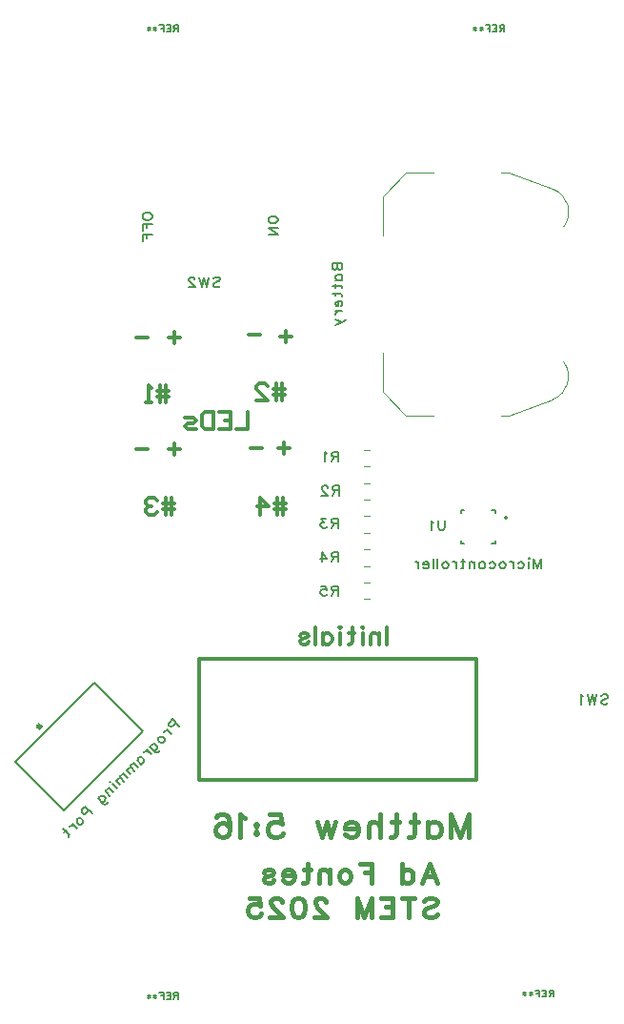
<source format=gbo>
G04 Layer: BottomSilkscreenLayer*
G04 EasyEDA Pro v2.2.43.4, 2025-11-10 11:02:42*
G04 Gerber Generator version 0.3*
G04 Scale: 100 percent, Rotated: No, Reflected: No*
G04 Dimensions in millimeters*
G04 Leading zeros omitted, absolute positions, 4 integers and 5 decimals*
G04 Generated by one-click*
%FSLAX45Y45*%
%MOMM*%
%ADD10C,0.4064*%
%ADD11C,0.2032*%
%ADD12C,0.3048*%
%ADD13C,0.15*%
%ADD14C,0.12*%
%ADD15C,0.127*%
%ADD16C,0.2057*%
%ADD17C,0.2*%
%ADD18C,0.3*%
G75*


G04 Text Start*
G54D10*
G01X15321280Y-12226290D02*
G01X15321280Y-12433046D01*
G01X15321280Y-12226290D02*
G01X15242540Y-12433046D01*
G01X15163800Y-12226290D02*
G01X15242540Y-12433046D01*
G01X15163800Y-12226290D02*
G01X15163800Y-12433046D01*
G01X14957806Y-12295124D02*
G01X14957806Y-12433046D01*
G01X14957806Y-12324842D02*
G01X14977364Y-12305030D01*
G01X14997176Y-12295124D01*
G01X15026640Y-12295124D01*
G01X15046452Y-12305030D01*
G01X15066010Y-12324842D01*
G01X15075916Y-12354306D01*
G01X15075916Y-12373864D01*
G01X15066010Y-12403582D01*
G01X15046452Y-12423140D01*
G01X15026640Y-12433046D01*
G01X14997176Y-12433046D01*
G01X14977364Y-12423140D01*
G01X14957806Y-12403582D01*
G01X14840458Y-12226290D02*
G01X14840458Y-12393676D01*
G01X14830552Y-12423140D01*
G01X14810740Y-12433046D01*
G01X14791182Y-12433046D01*
G01X14869922Y-12295124D02*
G01X14801088Y-12295124D01*
G01X14673834Y-12226290D02*
G01X14673834Y-12393676D01*
G01X14663928Y-12423140D01*
G01X14644116Y-12433046D01*
G01X14624558Y-12433046D01*
G01X14703298Y-12295124D02*
G01X14634464Y-12295124D01*
G01X14536674Y-12226290D02*
G01X14536674Y-12433046D01*
G01X14536674Y-12334494D02*
G01X14507210Y-12305030D01*
G01X14487398Y-12295124D01*
G01X14457934Y-12295124D01*
G01X14438122Y-12305030D01*
G01X14428470Y-12334494D01*
G01X14428470Y-12433046D01*
G01X14340586Y-12354306D02*
G01X14222476Y-12354306D01*
G01X14222476Y-12334494D01*
G01X14232382Y-12314936D01*
G01X14242034Y-12305030D01*
G01X14261846Y-12295124D01*
G01X14291310Y-12295124D01*
G01X14311122Y-12305030D01*
G01X14330680Y-12324842D01*
G01X14340586Y-12354306D01*
G01X14340586Y-12373864D01*
G01X14330680Y-12403582D01*
G01X14311122Y-12423140D01*
G01X14291310Y-12433046D01*
G01X14261846Y-12433046D01*
G01X14242034Y-12423140D01*
G01X14222476Y-12403582D01*
G01X14134592Y-12295124D02*
G01X14095222Y-12433046D01*
G01X14055852Y-12295124D02*
G01X14095222Y-12433046D01*
G01X14055852Y-12295124D02*
G01X14016482Y-12433046D01*
G01X13977112Y-12295124D02*
G01X14016482Y-12433046D01*
G01X13550646Y-12226290D02*
G01X13648944Y-12226290D01*
G01X13658850Y-12314936D01*
G01X13648944Y-12305030D01*
G01X13619480Y-12295124D01*
G01X13590016Y-12295124D01*
G01X13560552Y-12305030D01*
G01X13540740Y-12324842D01*
G01X13530834Y-12354306D01*
G01X13530834Y-12373864D01*
G01X13540740Y-12403582D01*
G01X13560552Y-12423140D01*
G01X13590016Y-12433046D01*
G01X13619480Y-12433046D01*
G01X13648944Y-12423140D01*
G01X13658850Y-12413234D01*
G01X13668756Y-12393676D01*
G01X13433044Y-12314936D02*
G01X13442950Y-12324842D01*
G01X13433044Y-12334494D01*
G01X13423138Y-12324842D01*
G01X13433044Y-12314936D01*
G01X13433044Y-12383770D02*
G01X13442950Y-12393676D01*
G01X13433044Y-12403582D01*
G01X13423138Y-12393676D01*
G01X13433044Y-12383770D01*
G01X13335254Y-12265660D02*
G01X13315442Y-12255754D01*
G01X13285978Y-12226290D01*
G01X13285978Y-12433046D01*
G01X13079984Y-12255754D02*
G01X13089890Y-12236196D01*
G01X13119354Y-12226290D01*
G01X13138912Y-12226290D01*
G01X13168630Y-12236196D01*
G01X13188188Y-12265660D01*
G01X13198094Y-12314936D01*
G01X13198094Y-12364212D01*
G01X13188188Y-12403582D01*
G01X13168630Y-12423140D01*
G01X13138912Y-12433046D01*
G01X13129260Y-12433046D01*
G01X13099542Y-12423140D01*
G01X13079984Y-12403582D01*
G01X13070078Y-12373864D01*
G01X13070078Y-12364212D01*
G01X13079984Y-12334494D01*
G01X13099542Y-12314936D01*
G01X13129260Y-12305030D01*
G01X13138912Y-12305030D01*
G01X13168630Y-12314936D01*
G01X13188188Y-12334494D01*
G01X13198094Y-12364212D01*
G01X14972411Y-12664440D02*
G01X15038451Y-12837922D01*
G01X14972411Y-12664440D02*
G01X14906371Y-12837922D01*
G01X15013559Y-12780010D02*
G01X14931009Y-12780010D01*
G01X14727047Y-12664440D02*
G01X14727047Y-12837922D01*
G01X14727047Y-12746990D02*
G01X14743557Y-12730480D01*
G01X14760067Y-12722352D01*
G01X14784705Y-12722352D01*
G01X14801215Y-12730480D01*
G01X14817725Y-12746990D01*
G01X14826107Y-12771882D01*
G01X14826107Y-12788392D01*
G01X14817725Y-12813030D01*
G01X14801215Y-12829540D01*
G01X14784705Y-12837922D01*
G01X14760067Y-12837922D01*
G01X14743557Y-12829540D01*
G01X14727047Y-12813030D01*
G01X14461871Y-12664440D02*
G01X14461871Y-12837922D01*
G01X14461871Y-12664440D02*
G01X14354429Y-12664440D01*
G01X14461871Y-12746990D02*
G01X14395831Y-12746990D01*
G01X14232763Y-12722352D02*
G01X14249273Y-12730480D01*
G01X14265783Y-12746990D01*
G01X14274165Y-12771882D01*
G01X14274165Y-12788392D01*
G01X14265783Y-12813030D01*
G01X14249273Y-12829540D01*
G01X14232763Y-12837922D01*
G01X14208125Y-12837922D01*
G01X14191615Y-12829540D01*
G01X14175105Y-12813030D01*
G01X14166723Y-12788392D01*
G01X14166723Y-12771882D01*
G01X14175105Y-12746990D01*
G01X14191615Y-12730480D01*
G01X14208125Y-12722352D01*
G01X14232763Y-12722352D01*
G01X14086459Y-12722352D02*
G01X14086459Y-12837922D01*
G01X14086459Y-12755372D02*
G01X14061567Y-12730480D01*
G01X14045057Y-12722352D01*
G01X14020419Y-12722352D01*
G01X14003909Y-12730480D01*
G01X13995527Y-12755372D01*
G01X13995527Y-12837922D01*
G01X13890371Y-12664440D02*
G01X13890371Y-12804902D01*
G01X13882243Y-12829540D01*
G01X13865733Y-12837922D01*
G01X13849223Y-12837922D01*
G01X13915263Y-12722352D02*
G01X13857351Y-12722352D01*
G01X13768959Y-12771882D02*
G01X13669899Y-12771882D01*
G01X13669899Y-12755372D01*
G01X13678027Y-12738862D01*
G01X13686409Y-12730480D01*
G01X13702919Y-12722352D01*
G01X13727557Y-12722352D01*
G01X13744067Y-12730480D01*
G01X13760577Y-12746990D01*
G01X13768959Y-12771882D01*
G01X13768959Y-12788392D01*
G01X13760577Y-12813030D01*
G01X13744067Y-12829540D01*
G01X13727557Y-12837922D01*
G01X13702919Y-12837922D01*
G01X13686409Y-12829540D01*
G01X13669899Y-12813030D01*
G01X13498703Y-12746990D02*
G01X13507085Y-12730480D01*
G01X13531723Y-12722352D01*
G01X13556615Y-12722352D01*
G01X13581253Y-12730480D01*
G01X13589635Y-12746990D01*
G01X13581253Y-12763500D01*
G01X13564743Y-12771882D01*
G01X13523595Y-12780010D01*
G01X13507085Y-12788392D01*
G01X13498703Y-12804902D01*
G01X13498703Y-12813030D01*
G01X13507085Y-12829540D01*
G01X13531723Y-12837922D01*
G01X13556615Y-12837922D01*
G01X13581253Y-12829540D01*
G01X13589635Y-12813030D01*
G01X14922881Y-12994132D02*
G01X14939391Y-12977622D01*
G01X14964029Y-12969240D01*
G01X14997049Y-12969240D01*
G01X15021941Y-12977622D01*
G01X15038451Y-12994132D01*
G01X15038451Y-13010642D01*
G01X15030069Y-13027152D01*
G01X15021941Y-13035280D01*
G01X15005431Y-13043662D01*
G01X14955901Y-13060172D01*
G01X14939391Y-13068300D01*
G01X14931009Y-13076682D01*
G01X14922881Y-13093192D01*
G01X14922881Y-13117830D01*
G01X14939391Y-13134340D01*
G01X14964029Y-13142722D01*
G01X14997049Y-13142722D01*
G01X15021941Y-13134340D01*
G01X15038451Y-13117830D01*
G01X14784705Y-12969240D02*
G01X14784705Y-13142722D01*
G01X14842617Y-12969240D02*
G01X14727047Y-12969240D01*
G01X14646783Y-12969240D02*
G01X14646783Y-13142722D01*
G01X14646783Y-12969240D02*
G01X14539341Y-12969240D01*
G01X14646783Y-13051790D02*
G01X14580743Y-13051790D01*
G01X14646783Y-13142722D02*
G01X14539341Y-13142722D01*
G01X14459077Y-12969240D02*
G01X14459077Y-13142722D01*
G01X14459077Y-12969240D02*
G01X14393037Y-13142722D01*
G01X14326997Y-12969240D02*
G01X14393037Y-13142722D01*
G01X14326997Y-12969240D02*
G01X14326997Y-13142722D01*
G01X14053439Y-13010642D02*
G01X14053439Y-13002260D01*
G01X14045311Y-12985750D01*
G01X14036929Y-12977622D01*
G01X14020419Y-12969240D01*
G01X13987399Y-12969240D01*
G01X13970889Y-12977622D01*
G01X13962761Y-12985750D01*
G01X13954379Y-13002260D01*
G01X13954379Y-13018770D01*
G01X13962761Y-13035280D01*
G01X13979271Y-13060172D01*
G01X14061821Y-13142722D01*
G01X13946251Y-13142722D01*
G01X13816457Y-12969240D02*
G01X13841095Y-12977622D01*
G01X13857605Y-13002260D01*
G01X13865987Y-13043662D01*
G01X13865987Y-13068300D01*
G01X13857605Y-13109702D01*
G01X13841095Y-13134340D01*
G01X13816457Y-13142722D01*
G01X13799947Y-13142722D01*
G01X13775055Y-13134340D01*
G01X13758545Y-13109702D01*
G01X13750417Y-13068300D01*
G01X13750417Y-13043662D01*
G01X13758545Y-13002260D01*
G01X13775055Y-12977622D01*
G01X13799947Y-12969240D01*
G01X13816457Y-12969240D01*
G01X13661771Y-13010642D02*
G01X13661771Y-13002260D01*
G01X13653643Y-12985750D01*
G01X13645261Y-12977622D01*
G01X13628751Y-12969240D01*
G01X13595731Y-12969240D01*
G01X13579221Y-12977622D01*
G01X13571093Y-12985750D01*
G01X13562711Y-13002260D01*
G01X13562711Y-13018770D01*
G01X13571093Y-13035280D01*
G01X13587603Y-13060172D01*
G01X13670153Y-13142722D01*
G01X13554583Y-13142722D01*
G01X13375259Y-12969240D02*
G01X13457809Y-12969240D01*
G01X13465937Y-13043662D01*
G01X13457809Y-13035280D01*
G01X13432917Y-13027152D01*
G01X13408279Y-13027152D01*
G01X13383387Y-13035280D01*
G01X13366877Y-13051790D01*
G01X13358749Y-13076682D01*
G01X13358749Y-13093192D01*
G01X13366877Y-13117830D01*
G01X13383387Y-13134340D01*
G01X13408279Y-13142722D01*
G01X13432917Y-13142722D01*
G01X13457809Y-13134340D01*
G01X13465937Y-13126212D01*
G01X13474319Y-13109702D01*
G54D11*
G01X15966440Y-9958070D02*
G01X15966440Y-10044684D01*
G01X15966440Y-9958070D02*
G01X15933420Y-10044684D01*
G01X15900400Y-9958070D02*
G01X15933420Y-10044684D01*
G01X15900400Y-9958070D02*
G01X15900400Y-10044684D01*
G01X15860268Y-9958070D02*
G01X15856204Y-9962134D01*
G01X15851886Y-9958070D01*
G01X15856204Y-9954006D01*
G01X15860268Y-9958070D01*
G01X15856204Y-9987026D02*
G01X15856204Y-10044684D01*
G01X15762224Y-9999472D02*
G01X15770352Y-9991090D01*
G01X15778734Y-9987026D01*
G01X15791180Y-9987026D01*
G01X15799308Y-9991090D01*
G01X15807690Y-9999472D01*
G01X15811754Y-10011664D01*
G01X15811754Y-10020046D01*
G01X15807690Y-10032492D01*
G01X15799308Y-10040620D01*
G01X15791180Y-10044684D01*
G01X15778734Y-10044684D01*
G01X15770352Y-10040620D01*
G01X15762224Y-10032492D01*
G01X15722092Y-9987026D02*
G01X15722092Y-10044684D01*
G01X15722092Y-10011664D02*
G01X15718028Y-9999472D01*
G01X15709646Y-9991090D01*
G01X15701518Y-9987026D01*
G01X15689072Y-9987026D01*
G01X15628366Y-9987026D02*
G01X15636494Y-9991090D01*
G01X15644876Y-9999472D01*
G01X15648940Y-10011664D01*
G01X15648940Y-10020046D01*
G01X15644876Y-10032492D01*
G01X15636494Y-10040620D01*
G01X15628366Y-10044684D01*
G01X15615920Y-10044684D01*
G01X15607538Y-10040620D01*
G01X15599410Y-10032492D01*
G01X15595346Y-10020046D01*
G01X15595346Y-10011664D01*
G01X15599410Y-9999472D01*
G01X15607538Y-9991090D01*
G01X15615920Y-9987026D01*
G01X15628366Y-9987026D01*
G01X15505684Y-9999472D02*
G01X15513812Y-9991090D01*
G01X15522194Y-9987026D01*
G01X15534640Y-9987026D01*
G01X15542768Y-9991090D01*
G01X15551150Y-9999472D01*
G01X15555214Y-10011664D01*
G01X15555214Y-10020046D01*
G01X15551150Y-10032492D01*
G01X15542768Y-10040620D01*
G01X15534640Y-10044684D01*
G01X15522194Y-10044684D01*
G01X15513812Y-10040620D01*
G01X15505684Y-10032492D01*
G01X15444978Y-9987026D02*
G01X15453106Y-9991090D01*
G01X15461488Y-9999472D01*
G01X15465552Y-10011664D01*
G01X15465552Y-10020046D01*
G01X15461488Y-10032492D01*
G01X15453106Y-10040620D01*
G01X15444978Y-10044684D01*
G01X15432532Y-10044684D01*
G01X15424150Y-10040620D01*
G01X15416022Y-10032492D01*
G01X15411958Y-10020046D01*
G01X15411958Y-10011664D01*
G01X15416022Y-9999472D01*
G01X15424150Y-9991090D01*
G01X15432532Y-9987026D01*
G01X15444978Y-9987026D01*
G01X15371826Y-9987026D02*
G01X15371826Y-10044684D01*
G01X15371826Y-10003536D02*
G01X15359380Y-9991090D01*
G01X15351252Y-9987026D01*
G01X15338806Y-9987026D01*
G01X15330424Y-9991090D01*
G01X15326360Y-10003536D01*
G01X15326360Y-10044684D01*
G01X15273782Y-9958070D02*
G01X15273782Y-10028174D01*
G01X15269718Y-10040620D01*
G01X15261336Y-10044684D01*
G01X15253208Y-10044684D01*
G01X15286228Y-9987026D02*
G01X15257272Y-9987026D01*
G01X15213076Y-9987026D02*
G01X15213076Y-10044684D01*
G01X15213076Y-10011664D02*
G01X15209012Y-9999472D01*
G01X15200630Y-9991090D01*
G01X15192502Y-9987026D01*
G01X15180056Y-9987026D01*
G01X15119350Y-9987026D02*
G01X15127478Y-9991090D01*
G01X15135860Y-9999472D01*
G01X15139924Y-10011664D01*
G01X15139924Y-10020046D01*
G01X15135860Y-10032492D01*
G01X15127478Y-10040620D01*
G01X15119350Y-10044684D01*
G01X15106904Y-10044684D01*
G01X15098522Y-10040620D01*
G01X15090394Y-10032492D01*
G01X15086330Y-10020046D01*
G01X15086330Y-10011664D01*
G01X15090394Y-9999472D01*
G01X15098522Y-9991090D01*
G01X15106904Y-9987026D01*
G01X15119350Y-9987026D01*
G01X15046198Y-9958070D02*
G01X15046198Y-10044684D01*
G01X15006066Y-9958070D02*
G01X15006066Y-10044684D01*
G01X14965934Y-10011664D02*
G01X14916404Y-10011664D01*
G01X14916404Y-10003536D01*
G01X14920468Y-9995154D01*
G01X14924532Y-9991090D01*
G01X14932914Y-9987026D01*
G01X14945360Y-9987026D01*
G01X14953488Y-9991090D01*
G01X14961870Y-9999472D01*
G01X14965934Y-10011664D01*
G01X14965934Y-10020046D01*
G01X14961870Y-10032492D01*
G01X14953488Y-10040620D01*
G01X14945360Y-10044684D01*
G01X14932914Y-10044684D01*
G01X14924532Y-10040620D01*
G01X14916404Y-10032492D01*
G01X14876272Y-9987026D02*
G01X14876272Y-10044684D01*
G01X14876272Y-10011664D02*
G01X14872208Y-9999472D01*
G01X14863826Y-9991090D01*
G01X14855698Y-9987026D01*
G01X14843252Y-9987026D01*
G54D12*
G01X14589760Y-10571480D02*
G01X14589760Y-10718292D01*
G01X14525752Y-10620502D02*
G01X14525752Y-10718292D01*
G01X14525752Y-10648442D02*
G01X14504670Y-10627360D01*
G01X14490700Y-10620502D01*
G01X14469872Y-10620502D01*
G01X14455902Y-10627360D01*
G01X14448790Y-10648442D01*
G01X14448790Y-10718292D01*
G01X14384782Y-10571480D02*
G01X14377670Y-10578592D01*
G01X14370812Y-10571480D01*
G01X14377670Y-10564622D01*
G01X14384782Y-10571480D01*
G01X14377670Y-10620502D02*
G01X14377670Y-10718292D01*
G01X14285722Y-10571480D02*
G01X14285722Y-10690352D01*
G01X14278864Y-10711180D01*
G01X14264894Y-10718292D01*
G01X14250924Y-10718292D01*
G01X14306804Y-10620502D02*
G01X14257782Y-10620502D01*
G01X14186916Y-10571480D02*
G01X14179804Y-10578592D01*
G01X14172946Y-10571480D01*
G01X14179804Y-10564622D01*
G01X14186916Y-10571480D01*
G01X14179804Y-10620502D02*
G01X14179804Y-10718292D01*
G01X14025118Y-10620502D02*
G01X14025118Y-10718292D01*
G01X14025118Y-10641330D02*
G01X14039088Y-10627360D01*
G01X14053058Y-10620502D01*
G01X14073886Y-10620502D01*
G01X14087856Y-10627360D01*
G01X14101826Y-10641330D01*
G01X14108938Y-10662412D01*
G01X14108938Y-10676382D01*
G01X14101826Y-10697210D01*
G01X14087856Y-10711180D01*
G01X14073886Y-10718292D01*
G01X14053058Y-10718292D01*
G01X14039088Y-10711180D01*
G01X14025118Y-10697210D01*
G01X13961110Y-10571480D02*
G01X13961110Y-10718292D01*
G01X13820140Y-10641330D02*
G01X13827252Y-10627360D01*
G01X13848080Y-10620502D01*
G01X13869162Y-10620502D01*
G01X13889990Y-10627360D01*
G01X13897102Y-10641330D01*
G01X13889990Y-10655300D01*
G01X13876020Y-10662412D01*
G01X13841222Y-10669270D01*
G01X13827252Y-10676382D01*
G01X13820140Y-10690352D01*
G01X13820140Y-10697210D01*
G01X13827252Y-10711180D01*
G01X13848080Y-10718292D01*
G01X13869162Y-10718292D01*
G01X13889990Y-10711180D01*
G01X13897102Y-10697210D01*
G01X12631420Y-8567420D02*
G01X12631420Y-8516620D01*
G01X12631420Y-8516620D02*
G01X12631420Y-8465820D01*
G01X12631420Y-8465820D02*
G01X12631420Y-8415020D01*
G01X12656820Y-8465820D02*
G01X12631420Y-8465820D01*
G01X12631420Y-8465820D02*
G01X12580620Y-8465820D01*
G01X12580620Y-8465820D02*
G01X12555220Y-8465820D01*
G01X12656820Y-8516620D02*
G01X12631420Y-8516620D01*
G01X12631420Y-8516620D02*
G01X12580620Y-8516620D01*
G01X12580620Y-8516620D02*
G01X12555220Y-8516620D01*
G01X12580620Y-8567420D02*
G01X12580620Y-8516620D01*
G01X12580620Y-8516620D02*
G01X12580620Y-8465820D01*
G01X12580620Y-8465820D02*
G01X12580620Y-8415020D01*
G01X12479020Y-8567420D02*
G01X12479020Y-8415020D01*
G01X12504420Y-8440420D02*
G01X12479020Y-8415020D01*
G01X12504420Y-8567420D02*
G01X12479020Y-8567420D01*
G01X12479020Y-8567420D02*
G01X12453620Y-8567420D01*
G01X13660120Y-8554720D02*
G01X13660120Y-8503920D01*
G01X13660120Y-8503920D02*
G01X13660120Y-8453120D01*
G01X13660120Y-8453120D02*
G01X13660120Y-8402320D01*
G01X13685520Y-8453120D02*
G01X13660120Y-8453120D01*
G01X13660120Y-8453120D02*
G01X13609320Y-8453120D01*
G01X13609320Y-8453120D02*
G01X13583920Y-8453120D01*
G01X13685520Y-8503920D02*
G01X13660120Y-8503920D01*
G01X13660120Y-8503920D02*
G01X13609320Y-8503920D01*
G01X13609320Y-8503920D02*
G01X13583920Y-8503920D01*
G01X13609320Y-8554720D02*
G01X13609320Y-8503920D01*
G01X13609320Y-8503920D02*
G01X13609320Y-8453120D01*
G01X13609320Y-8453120D02*
G01X13609320Y-8402320D01*
G01X13533120Y-8554720D02*
G01X13431520Y-8554720D01*
G01X13533120Y-8554720D02*
G01X13431520Y-8453120D01*
G01X13431520Y-8453120D02*
G01X13431520Y-8427720D01*
G01X13456920Y-8402320D02*
G01X13431520Y-8427720D01*
G01X13507720Y-8402320D02*
G01X13456920Y-8402320D01*
G01X13533120Y-8427720D02*
G01X13507720Y-8402320D01*
G01X13672820Y-9570720D02*
G01X13672820Y-9519920D01*
G01X13672820Y-9519920D02*
G01X13672820Y-9469120D01*
G01X13672820Y-9469120D02*
G01X13672820Y-9418320D01*
G01X13698220Y-9469120D02*
G01X13672820Y-9469120D01*
G01X13672820Y-9469120D02*
G01X13622020Y-9469120D01*
G01X13622020Y-9469120D02*
G01X13596620Y-9469120D01*
G01X13698220Y-9519920D02*
G01X13672820Y-9519920D01*
G01X13672820Y-9519920D02*
G01X13622020Y-9519920D01*
G01X13622020Y-9519920D02*
G01X13596620Y-9519920D01*
G01X13622020Y-9570720D02*
G01X13622020Y-9519920D01*
G01X13622020Y-9519920D02*
G01X13622020Y-9469120D01*
G01X13622020Y-9469120D02*
G01X13622020Y-9418320D01*
G01X13545820Y-9494520D02*
G01X13469620Y-9418320D01*
G01X13545820Y-9494520D02*
G01X13469620Y-9494520D01*
G01X13469620Y-9494520D02*
G01X13444220Y-9494520D01*
G01X13469620Y-9570720D02*
G01X13469620Y-9494520D01*
G01X13469620Y-9494520D02*
G01X13469620Y-9418320D01*
G01X12682220Y-9570720D02*
G01X12682220Y-9519920D01*
G01X12682220Y-9519920D02*
G01X12682220Y-9469120D01*
G01X12682220Y-9469120D02*
G01X12682220Y-9418320D01*
G01X12707620Y-9469120D02*
G01X12682220Y-9469120D01*
G01X12682220Y-9469120D02*
G01X12631420Y-9469120D01*
G01X12631420Y-9469120D02*
G01X12606020Y-9469120D01*
G01X12707620Y-9519920D02*
G01X12682220Y-9519920D01*
G01X12682220Y-9519920D02*
G01X12631420Y-9519920D01*
G01X12631420Y-9519920D02*
G01X12606020Y-9519920D01*
G01X12631420Y-9570720D02*
G01X12631420Y-9519920D01*
G01X12631420Y-9519920D02*
G01X12631420Y-9469120D01*
G01X12631420Y-9469120D02*
G01X12631420Y-9418320D01*
G01X12504420Y-9494520D02*
G01X12479020Y-9494520D01*
G01X12555220Y-9545320D02*
G01X12529820Y-9570720D01*
G01X12529820Y-9570720D02*
G01X12479020Y-9570720D01*
G01X12479020Y-9570720D02*
G01X12453620Y-9545320D01*
G01X12453620Y-9545320D02*
G01X12453620Y-9519920D01*
G01X12479020Y-9494520D02*
G01X12453620Y-9519920D01*
G01X12479020Y-9494520D02*
G01X12453620Y-9469120D01*
G01X12453620Y-9469120D02*
G01X12453620Y-9443720D01*
G01X12479020Y-9418320D02*
G01X12453620Y-9443720D01*
G01X12529820Y-9418320D02*
G01X12479020Y-9418320D01*
G01X12555220Y-9443720D02*
G01X12529820Y-9418320D01*
G01X13355320Y-8808720D02*
G01X13253720Y-8808720D01*
G01X13355320Y-8808720D02*
G01X13355320Y-8656320D01*
G01X13202920Y-8732520D02*
G01X13152120Y-8732520D01*
G01X13202920Y-8808720D02*
G01X13101320Y-8808720D01*
G01X13202920Y-8656320D02*
G01X13101320Y-8656320D01*
G01X13202920Y-8808720D02*
G01X13202920Y-8732520D01*
G01X13202920Y-8732520D02*
G01X13202920Y-8656320D01*
G01X13050520Y-8656320D02*
G01X12974574Y-8656320D01*
G01X13050520Y-8808720D02*
G01X13050520Y-8656320D01*
G01X13050520Y-8808720D02*
G01X12974320Y-8808720D01*
G01X12974574Y-8656320D02*
G01X12948920Y-8681720D01*
G01X12948920Y-8783320D02*
G01X12948920Y-8681720D01*
G01X12974320Y-8808720D02*
G01X12948920Y-8783320D01*
G01X12898120Y-8808720D02*
G01X12821920Y-8808720D01*
G01X12821920Y-8808720D02*
G01X12796520Y-8783320D01*
G01X12821920Y-8757920D02*
G01X12796520Y-8783320D01*
G01X12872720Y-8757920D02*
G01X12821920Y-8757920D01*
G01X12898120Y-8732520D02*
G01X12872720Y-8757920D01*
G01X12898120Y-8732520D02*
G01X12872720Y-8707120D01*
G01X12872720Y-8707120D02*
G01X12796520Y-8707120D01*
G01X12466320Y-7995920D02*
G01X12364720Y-7995920D01*
G01X12758420Y-7995920D02*
G01X12707620Y-7995920D01*
G01X12707620Y-7995920D02*
G01X12656820Y-7995920D01*
G01X12707620Y-8046720D02*
G01X12707620Y-7995920D01*
G01X12707620Y-7995920D02*
G01X12707620Y-7945120D01*
G01X13749020Y-7983220D02*
G01X13698220Y-7983220D01*
G01X13698220Y-7983220D02*
G01X13647420Y-7983220D01*
G01X13698220Y-8034020D02*
G01X13698220Y-7983220D01*
G01X13698220Y-7983220D02*
G01X13698220Y-7932420D01*
G01X13732509Y-8973920D02*
G01X13681709Y-8973920D01*
G01X13681709Y-8973920D02*
G01X13630909Y-8973920D01*
G01X13681709Y-9024720D02*
G01X13681709Y-8973920D01*
G01X13681709Y-8973920D02*
G01X13681709Y-8923120D01*
G01X12758420Y-8986520D02*
G01X12707620Y-8986520D01*
G01X12707620Y-8986520D02*
G01X12656820Y-8986520D01*
G01X12707620Y-9037320D02*
G01X12707620Y-8986520D01*
G01X12707620Y-8986520D02*
G01X12707620Y-8935720D01*
G01X13469620Y-7970520D02*
G01X13368020Y-7970520D01*
G01X13482320Y-8973820D02*
G01X13380720Y-8973820D01*
G01X12466320Y-8986520D02*
G01X12364720Y-8986520D01*
G54D13*
G01X12735068Y-13810562D02*
G01X12735068Y-13866188D01*
G01X12735068Y-13810562D02*
G01X12711192Y-13810562D01*
G01X12703318Y-13813102D01*
G01X12700778Y-13815896D01*
G01X12697984Y-13820976D01*
G01X12697984Y-13826310D01*
G01X12700778Y-13831644D01*
G01X12703318Y-13834438D01*
G01X12711192Y-13836978D01*
G01X12735068Y-13836978D01*
G01X12716526Y-13836978D02*
G01X12697984Y-13866188D01*
G01X12670298Y-13810562D02*
G01X12670298Y-13866188D01*
G01X12670298Y-13810562D02*
G01X12635754Y-13810562D01*
G01X12670298Y-13836978D02*
G01X12648962Y-13836978D01*
G01X12670298Y-13866188D02*
G01X12635754Y-13866188D01*
G01X12608068Y-13810562D02*
G01X12608068Y-13866188D01*
G01X12608068Y-13810562D02*
G01X12573524Y-13810562D01*
G01X12608068Y-13836978D02*
G01X12586732Y-13836978D01*
G01X12532376Y-13826310D02*
G01X12532376Y-13858314D01*
G01X12545838Y-13834438D02*
G01X12519168Y-13850440D01*
G01X12519168Y-13834438D02*
G01X12545838Y-13850440D01*
G01X12478020Y-13826310D02*
G01X12478020Y-13858314D01*
G01X12491482Y-13834438D02*
G01X12464812Y-13850440D01*
G01X12464812Y-13834438D02*
G01X12491482Y-13850440D01*
G01X16075068Y-13790562D02*
G01X16075068Y-13846188D01*
G01X16075068Y-13790562D02*
G01X16051192Y-13790562D01*
G01X16043318Y-13793102D01*
G01X16040778Y-13795896D01*
G01X16037984Y-13800976D01*
G01X16037984Y-13806310D01*
G01X16040778Y-13811644D01*
G01X16043318Y-13814438D01*
G01X16051192Y-13816978D01*
G01X16075068Y-13816978D01*
G01X16056526Y-13816978D02*
G01X16037984Y-13846188D01*
G01X16010298Y-13790562D02*
G01X16010298Y-13846188D01*
G01X16010298Y-13790562D02*
G01X15975754Y-13790562D01*
G01X16010298Y-13816978D02*
G01X15988962Y-13816978D01*
G01X16010298Y-13846188D02*
G01X15975754Y-13846188D01*
G01X15948068Y-13790562D02*
G01X15948068Y-13846188D01*
G01X15948068Y-13790562D02*
G01X15913524Y-13790562D01*
G01X15948068Y-13816978D02*
G01X15926732Y-13816978D01*
G01X15872376Y-13806310D02*
G01X15872376Y-13838314D01*
G01X15885838Y-13814438D02*
G01X15859168Y-13830440D01*
G01X15859168Y-13814438D02*
G01X15885838Y-13830440D01*
G01X15818020Y-13806310D02*
G01X15818020Y-13838314D01*
G01X15831482Y-13814438D02*
G01X15804812Y-13830440D01*
G01X15804812Y-13814438D02*
G01X15831482Y-13830440D01*
G01X12735068Y-5220562D02*
G01X12735068Y-5276188D01*
G01X12735068Y-5220562D02*
G01X12711192Y-5220562D01*
G01X12703318Y-5223102D01*
G01X12700778Y-5225896D01*
G01X12697984Y-5230976D01*
G01X12697984Y-5236310D01*
G01X12700778Y-5241644D01*
G01X12703318Y-5244438D01*
G01X12711192Y-5246978D01*
G01X12735068Y-5246978D01*
G01X12716526Y-5246978D02*
G01X12697984Y-5276188D01*
G01X12670298Y-5220562D02*
G01X12670298Y-5276188D01*
G01X12670298Y-5220562D02*
G01X12635754Y-5220562D01*
G01X12670298Y-5246978D02*
G01X12648962Y-5246978D01*
G01X12670298Y-5276188D02*
G01X12635754Y-5276188D01*
G01X12608068Y-5220562D02*
G01X12608068Y-5276188D01*
G01X12608068Y-5220562D02*
G01X12573524Y-5220562D01*
G01X12608068Y-5246978D02*
G01X12586732Y-5246978D01*
G01X12532376Y-5236310D02*
G01X12532376Y-5268314D01*
G01X12545838Y-5244438D02*
G01X12519168Y-5260440D01*
G01X12519168Y-5244438D02*
G01X12545838Y-5260440D01*
G01X12478020Y-5236310D02*
G01X12478020Y-5268314D01*
G01X12491482Y-5244438D02*
G01X12464812Y-5260440D01*
G01X12464812Y-5244438D02*
G01X12491482Y-5260440D01*
G01X15635068Y-5220562D02*
G01X15635068Y-5276188D01*
G01X15635068Y-5220562D02*
G01X15611192Y-5220562D01*
G01X15603318Y-5223102D01*
G01X15600778Y-5225896D01*
G01X15597984Y-5230976D01*
G01X15597984Y-5236310D01*
G01X15600778Y-5241644D01*
G01X15603318Y-5244438D01*
G01X15611192Y-5246978D01*
G01X15635068Y-5246978D01*
G01X15616526Y-5246978D02*
G01X15597984Y-5276188D01*
G01X15570298Y-5220562D02*
G01X15570298Y-5276188D01*
G01X15570298Y-5220562D02*
G01X15535754Y-5220562D01*
G01X15570298Y-5246978D02*
G01X15548962Y-5246978D01*
G01X15570298Y-5276188D02*
G01X15535754Y-5276188D01*
G01X15508068Y-5220562D02*
G01X15508068Y-5276188D01*
G01X15508068Y-5220562D02*
G01X15473524Y-5220562D01*
G01X15508068Y-5246978D02*
G01X15486732Y-5246978D01*
G01X15432376Y-5236310D02*
G01X15432376Y-5268314D01*
G01X15445838Y-5244438D02*
G01X15419168Y-5260440D01*
G01X15419168Y-5244438D02*
G01X15445838Y-5260440D01*
G01X15378020Y-5236310D02*
G01X15378020Y-5268314D01*
G01X15391482Y-5244438D02*
G01X15364812Y-5260440D01*
G01X15364812Y-5244438D02*
G01X15391482Y-5260440D01*
G54D11*
G01X14160010Y-9900470D02*
G01X14160010Y-9987084D01*
G01X14160010Y-9900470D02*
G01X14122926Y-9900470D01*
G01X14110480Y-9904534D01*
G01X14106416Y-9908852D01*
G01X14102098Y-9916980D01*
G01X14102098Y-9925362D01*
G01X14106416Y-9933490D01*
G01X14110480Y-9937554D01*
G01X14122926Y-9941872D01*
G01X14160010Y-9941872D01*
G01X14131054Y-9941872D02*
G01X14102098Y-9987084D01*
G01X14020564Y-9900470D02*
G01X14061966Y-9958382D01*
G01X13999990Y-9958382D01*
G01X14020564Y-9900470D02*
G01X14020564Y-9987084D01*
G01X14110470Y-7334791D02*
G01X14197084Y-7334791D01*
G01X14110470Y-7334791D02*
G01X14110470Y-7371875D01*
G01X14114534Y-7384321D01*
G01X14118852Y-7388385D01*
G01X14126980Y-7392703D01*
G01X14135362Y-7392703D01*
G01X14143490Y-7388385D01*
G01X14147554Y-7384321D01*
G01X14151872Y-7371875D01*
G01X14151872Y-7334791D02*
G01X14151872Y-7371875D01*
G01X14155936Y-7384321D01*
G01X14160000Y-7388385D01*
G01X14168382Y-7392703D01*
G01X14180574Y-7392703D01*
G01X14188956Y-7388385D01*
G01X14193020Y-7384321D01*
G01X14197084Y-7371875D01*
G01X14197084Y-7334791D01*
G01X14139426Y-7482365D02*
G01X14197084Y-7482365D01*
G01X14151872Y-7482365D02*
G01X14143490Y-7474237D01*
G01X14139426Y-7465855D01*
G01X14139426Y-7453409D01*
G01X14143490Y-7445281D01*
G01X14151872Y-7436899D01*
G01X14164064Y-7432835D01*
G01X14172446Y-7432835D01*
G01X14184892Y-7436899D01*
G01X14193020Y-7445281D01*
G01X14197084Y-7453409D01*
G01X14197084Y-7465855D01*
G01X14193020Y-7474237D01*
G01X14184892Y-7482365D01*
G01X14110470Y-7534943D02*
G01X14180574Y-7534943D01*
G01X14193020Y-7539007D01*
G01X14197084Y-7547389D01*
G01X14197084Y-7555517D01*
G01X14139426Y-7522497D02*
G01X14139426Y-7551453D01*
G01X14110470Y-7608095D02*
G01X14180574Y-7608095D01*
G01X14193020Y-7612159D01*
G01X14197084Y-7620541D01*
G01X14197084Y-7628669D01*
G01X14139426Y-7595649D02*
G01X14139426Y-7624605D01*
G01X14164064Y-7668801D02*
G01X14164064Y-7718331D01*
G01X14155936Y-7718331D01*
G01X14147554Y-7714267D01*
G01X14143490Y-7710203D01*
G01X14139426Y-7701821D01*
G01X14139426Y-7689375D01*
G01X14143490Y-7681247D01*
G01X14151872Y-7672865D01*
G01X14164064Y-7668801D01*
G01X14172446Y-7668801D01*
G01X14184892Y-7672865D01*
G01X14193020Y-7681247D01*
G01X14197084Y-7689375D01*
G01X14197084Y-7701821D01*
G01X14193020Y-7710203D01*
G01X14184892Y-7718331D01*
G01X14139426Y-7758463D02*
G01X14197084Y-7758463D01*
G01X14164064Y-7758463D02*
G01X14151872Y-7762527D01*
G01X14143490Y-7770909D01*
G01X14139426Y-7779037D01*
G01X14139426Y-7791483D01*
G01X14139426Y-7835679D02*
G01X14197084Y-7860571D01*
G01X14139426Y-7885209D02*
G01X14197084Y-7860571D01*
G01X14213594Y-7852189D01*
G01X14221976Y-7844061D01*
G01X14226040Y-7835679D01*
G01X14226040Y-7831615D01*
G01X16499738Y-11175916D02*
G01X16508120Y-11167534D01*
G01X16520566Y-11163470D01*
G01X16537076Y-11163470D01*
G01X16549268Y-11167534D01*
G01X16557650Y-11175916D01*
G01X16557650Y-11184044D01*
G01X16553586Y-11192426D01*
G01X16549268Y-11196490D01*
G01X16541140Y-11200554D01*
G01X16516248Y-11208936D01*
G01X16508120Y-11213000D01*
G01X16504056Y-11217064D01*
G01X16499738Y-11225446D01*
G01X16499738Y-11237892D01*
G01X16508120Y-11246020D01*
G01X16520566Y-11250084D01*
G01X16537076Y-11250084D01*
G01X16549268Y-11246020D01*
G01X16557650Y-11237892D01*
G01X16459606Y-11163470D02*
G01X16439032Y-11250084D01*
G01X16418204Y-11163470D02*
G01X16439032Y-11250084D01*
G01X16418204Y-11163470D02*
G01X16397630Y-11250084D01*
G01X16377056Y-11163470D02*
G01X16397630Y-11250084D01*
G01X16336924Y-11179980D02*
G01X16328542Y-11175916D01*
G01X16316350Y-11163470D01*
G01X16316350Y-11250084D01*
G01X14157978Y-10200470D02*
G01X14157978Y-10287084D01*
G01X14157978Y-10200470D02*
G01X14120894Y-10200470D01*
G01X14108448Y-10204534D01*
G01X14104384Y-10208852D01*
G01X14100066Y-10216980D01*
G01X14100066Y-10225362D01*
G01X14104384Y-10233490D01*
G01X14108448Y-10237554D01*
G01X14120894Y-10241872D01*
G01X14157978Y-10241872D01*
G01X14129022Y-10241872D02*
G01X14100066Y-10287084D01*
G01X14010404Y-10200470D02*
G01X14051552Y-10200470D01*
G01X14055870Y-10237554D01*
G01X14051552Y-10233490D01*
G01X14039360Y-10229426D01*
G01X14026914Y-10229426D01*
G01X14014468Y-10233490D01*
G01X14006340Y-10241872D01*
G01X14002022Y-10254064D01*
G01X14002022Y-10262446D01*
G01X14006340Y-10274892D01*
G01X14014468Y-10283020D01*
G01X14026914Y-10287084D01*
G01X14039360Y-10287084D01*
G01X14051552Y-10283020D01*
G01X14055870Y-10278956D01*
G01X14059934Y-10270574D01*
G01X13052211Y-7472868D02*
G01X13060593Y-7464486D01*
G01X13073039Y-7460422D01*
G01X13089549Y-7460422D01*
G01X13101741Y-7464486D01*
G01X13110123Y-7472868D01*
G01X13110123Y-7480996D01*
G01X13106059Y-7489378D01*
G01X13101741Y-7493442D01*
G01X13093613Y-7497506D01*
G01X13068721Y-7505888D01*
G01X13060593Y-7509952D01*
G01X13056529Y-7514016D01*
G01X13052211Y-7522398D01*
G01X13052211Y-7534844D01*
G01X13060593Y-7542972D01*
G01X13073039Y-7547036D01*
G01X13089549Y-7547036D01*
G01X13101741Y-7542972D01*
G01X13110123Y-7534844D01*
G01X13012079Y-7460422D02*
G01X12991505Y-7547036D01*
G01X12970677Y-7460422D02*
G01X12991505Y-7547036D01*
G01X12970677Y-7460422D02*
G01X12950103Y-7547036D01*
G01X12929529Y-7460422D02*
G01X12950103Y-7547036D01*
G01X12885333Y-7480996D02*
G01X12885333Y-7476932D01*
G01X12881015Y-7468804D01*
G01X12876951Y-7464486D01*
G01X12868823Y-7460422D01*
G01X12852313Y-7460422D01*
G01X12843931Y-7464486D01*
G01X12839867Y-7468804D01*
G01X12835803Y-7476932D01*
G01X12835803Y-7485314D01*
G01X12839867Y-7493442D01*
G01X12847995Y-7505888D01*
G01X12889397Y-7547036D01*
G01X12831485Y-7547036D01*
G01X12421870Y-6908546D02*
G01X12425934Y-6900164D01*
G01X12434316Y-6892036D01*
G01X12442444Y-6887718D01*
G01X12454890Y-6883654D01*
G01X12475464Y-6883654D01*
G01X12487910Y-6887718D01*
G01X12496292Y-6892036D01*
G01X12504420Y-6900164D01*
G01X12508484Y-6908546D01*
G01X12508484Y-6925056D01*
G01X12504420Y-6933184D01*
G01X12496292Y-6941566D01*
G01X12487910Y-6945630D01*
G01X12475464Y-6949694D01*
G01X12454890Y-6949694D01*
G01X12442444Y-6945630D01*
G01X12434316Y-6941566D01*
G01X12425934Y-6933184D01*
G01X12421870Y-6925056D01*
G01X12421870Y-6908546D01*
G01X12421870Y-6989826D02*
G01X12508484Y-6989826D01*
G01X12421870Y-6989826D02*
G01X12421870Y-7043420D01*
G01X12463272Y-6989826D02*
G01X12463272Y-7022846D01*
G01X12421870Y-7083552D02*
G01X12508484Y-7083552D01*
G01X12421870Y-7083552D02*
G01X12421870Y-7137146D01*
G01X12463272Y-7083552D02*
G01X12463272Y-7116572D01*
G01X13539470Y-6940550D02*
G01X13543534Y-6932168D01*
G01X13551916Y-6924040D01*
G01X13560044Y-6919722D01*
G01X13572490Y-6915658D01*
G01X13593064Y-6915658D01*
G01X13605510Y-6919722D01*
G01X13613892Y-6924040D01*
G01X13622020Y-6932168D01*
G01X13626084Y-6940550D01*
G01X13626084Y-6957060D01*
G01X13622020Y-6965188D01*
G01X13613892Y-6973570D01*
G01X13605510Y-6977634D01*
G01X13593064Y-6981698D01*
G01X13572490Y-6981698D01*
G01X13560044Y-6977634D01*
G01X13551916Y-6973570D01*
G01X13543534Y-6965188D01*
G01X13539470Y-6957060D01*
G01X13539470Y-6940550D01*
G01X13539470Y-7021830D02*
G01X13626084Y-7021830D01*
G01X13539470Y-7021830D02*
G01X13626084Y-7079742D01*
G01X13539470Y-7079742D02*
G01X13626084Y-7079742D01*
G01X15109309Y-9620470D02*
G01X15109309Y-9682446D01*
G01X15105245Y-9694892D01*
G01X15096863Y-9703020D01*
G01X15084417Y-9707084D01*
G01X15076289Y-9707084D01*
G01X15063843Y-9703020D01*
G01X15055715Y-9694892D01*
G01X15051397Y-9682446D01*
G01X15051397Y-9620470D01*
G01X15011265Y-9636980D02*
G01X15002883Y-9632916D01*
G01X14990691Y-9620470D01*
G01X14990691Y-9707084D01*
G01X14167978Y-9310470D02*
G01X14167978Y-9397084D01*
G01X14167978Y-9310470D02*
G01X14130894Y-9310470D01*
G01X14118448Y-9314534D01*
G01X14114384Y-9318852D01*
G01X14110066Y-9326980D01*
G01X14110066Y-9335362D01*
G01X14114384Y-9343490D01*
G01X14118448Y-9347554D01*
G01X14130894Y-9351872D01*
G01X14167978Y-9351872D01*
G01X14139022Y-9351872D02*
G01X14110066Y-9397084D01*
G01X14065870Y-9331044D02*
G01X14065870Y-9326980D01*
G01X14061552Y-9318852D01*
G01X14057488Y-9314534D01*
G01X14049360Y-9310470D01*
G01X14032850Y-9310470D01*
G01X14024468Y-9314534D01*
G01X14020404Y-9318852D01*
G01X14016340Y-9326980D01*
G01X14016340Y-9335362D01*
G01X14020404Y-9343490D01*
G01X14028532Y-9355936D01*
G01X14069934Y-9397084D01*
G01X14012022Y-9397084D01*
G01X14157978Y-9600470D02*
G01X14157978Y-9687084D01*
G01X14157978Y-9600470D02*
G01X14120894Y-9600470D01*
G01X14108448Y-9604534D01*
G01X14104384Y-9608852D01*
G01X14100066Y-9616980D01*
G01X14100066Y-9625362D01*
G01X14104384Y-9633490D01*
G01X14108448Y-9637554D01*
G01X14120894Y-9641872D01*
G01X14157978Y-9641872D01*
G01X14129022Y-9641872D02*
G01X14100066Y-9687084D01*
G01X14051552Y-9600470D02*
G01X14006340Y-9600470D01*
G01X14030978Y-9633490D01*
G01X14018532Y-9633490D01*
G01X14010404Y-9637554D01*
G01X14006340Y-9641872D01*
G01X14002022Y-9654064D01*
G01X14002022Y-9662446D01*
G01X14006340Y-9674892D01*
G01X14014468Y-9683020D01*
G01X14026914Y-9687084D01*
G01X14039360Y-9687084D01*
G01X14051552Y-9683020D01*
G01X14055870Y-9678956D01*
G01X14059934Y-9670574D01*
G01X12687824Y-11384830D02*
G01X12749069Y-11446076D01*
G01X12687824Y-11384830D02*
G01X12661601Y-11411053D01*
G01X12655674Y-11422727D01*
G01X12655854Y-11428654D01*
G01X12658548Y-11437455D01*
G01X12667349Y-11446255D01*
G01X12676149Y-11448949D01*
G01X12682076Y-11449129D01*
G01X12693751Y-11443202D01*
G01X12719973Y-11416980D01*
G01X12638971Y-11474633D02*
G01X12679741Y-11515403D01*
G01X12656393Y-11492055D02*
G01X12644898Y-11486307D01*
G01X12633044Y-11486307D01*
G01X12624423Y-11489181D01*
G01X12615622Y-11497982D01*
G01X12572697Y-11540907D02*
G01X12581318Y-11538034D01*
G01X12593172Y-11538034D01*
G01X12604666Y-11543781D01*
G01X12610593Y-11549708D01*
G01X12616520Y-11561382D01*
G01X12616341Y-11573057D01*
G01X12613467Y-11581678D01*
G01X12604666Y-11590478D01*
G01X12595866Y-11593532D01*
G01X12584371Y-11593532D01*
G01X12572697Y-11587605D01*
G01X12566770Y-11581678D01*
G01X12561022Y-11570183D01*
G01X12560843Y-11558509D01*
G01X12563896Y-11549708D01*
G01X12572697Y-11540907D01*
G01X12485947Y-11627656D02*
G01X12532645Y-11674354D01*
G01X12544319Y-11680281D01*
G01X12550067Y-11680281D01*
G01X12558867Y-11677227D01*
G01X12567668Y-11668427D01*
G01X12570542Y-11659806D01*
G01X12494748Y-11636457D02*
G01X12494569Y-11624783D01*
G01X12497622Y-11615982D01*
G01X12506422Y-11607181D01*
G01X12515044Y-11604308D01*
G01X12526897Y-11604308D01*
G01X12538392Y-11610055D01*
G01X12544319Y-11615982D01*
G01X12550246Y-11627656D01*
G01X12550067Y-11639331D01*
G01X12547193Y-11647952D01*
G01X12538392Y-11656753D01*
G01X12529592Y-11659806D01*
G01X12518097Y-11659806D01*
G01X12457570Y-11656034D02*
G01X12498340Y-11696804D01*
G01X12474992Y-11673456D02*
G01X12463497Y-11667708D01*
G01X12451643Y-11667708D01*
G01X12443022Y-11670582D01*
G01X12434221Y-11679383D01*
G01X12370821Y-11742783D02*
G01X12411591Y-11783554D01*
G01X12379621Y-11751584D02*
G01X12379442Y-11739910D01*
G01X12382495Y-11731109D01*
G01X12391296Y-11722308D01*
G01X12399917Y-11719435D01*
G01X12411771Y-11719435D01*
G01X12423265Y-11725182D01*
G01X12429192Y-11731109D01*
G01X12435119Y-11742783D01*
G01X12434940Y-11754458D01*
G01X12432066Y-11763079D01*
G01X12423265Y-11771879D01*
G01X12414465Y-11774933D01*
G01X12402970Y-11774933D01*
G01X12342443Y-11771161D02*
G01X12383213Y-11811931D01*
G01X12354117Y-11782835D02*
G01X12336516Y-11782835D01*
G01X12327895Y-11785709D01*
G01X12319094Y-11794510D01*
G01X12316041Y-11803310D01*
G01X12321968Y-11814985D01*
G01X12351064Y-11844081D01*
G01X12321968Y-11814985D02*
G01X12304367Y-11814985D01*
G01X12295746Y-11817858D01*
G01X12286945Y-11826659D01*
G01X12284071Y-11835280D01*
G01X12289819Y-11847134D01*
G01X12318915Y-11876230D01*
G01X12249767Y-11863837D02*
G01X12290537Y-11904608D01*
G01X12261441Y-11875512D02*
G01X12243840Y-11875512D01*
G01X12235219Y-11878385D01*
G01X12226418Y-11887186D01*
G01X12223365Y-11895987D01*
G01X12229292Y-11907661D01*
G01X12258388Y-11936757D01*
G01X12229292Y-11907661D02*
G01X12211690Y-11907661D01*
G01X12203069Y-11910535D01*
G01X12194269Y-11919335D01*
G01X12191395Y-11927956D01*
G01X12197142Y-11939810D01*
G01X12226238Y-11968906D01*
G01X12136616Y-11936038D02*
G01X12136616Y-11941786D01*
G01X12130689Y-11941965D01*
G01X12130868Y-11936038D01*
G01X12136616Y-11936038D01*
G01X12154217Y-11959387D02*
G01X12194987Y-12000157D01*
G01X12122786Y-11990818D02*
G01X12163556Y-12031588D01*
G01X12134460Y-12002492D02*
G01X12116859Y-12002492D01*
G01X12108238Y-12005366D01*
G01X12099437Y-12014167D01*
G01X12096384Y-12022967D01*
G01X12102311Y-12034642D01*
G01X12131407Y-12063738D01*
G01X12027236Y-12086368D02*
G01X12073933Y-12133065D01*
G01X12085608Y-12138992D01*
G01X12091355Y-12138992D01*
G01X12100156Y-12135939D01*
G01X12108956Y-12127138D01*
G01X12111830Y-12118517D01*
G01X12036037Y-12095169D02*
G01X12035857Y-12083494D01*
G01X12038910Y-12074694D01*
G01X12047711Y-12065893D01*
G01X12056332Y-12063019D01*
G01X12068186Y-12063019D01*
G01X12079681Y-12068767D01*
G01X12085608Y-12074694D01*
G01X12091535Y-12086368D01*
G01X12091355Y-12098042D01*
G01X12088481Y-12106663D01*
G01X12079681Y-12115464D01*
G01X12070880Y-12118517D01*
G01X12059385Y-12118517D01*
G01X11913007Y-12159647D02*
G01X11974253Y-12220892D01*
G01X11913007Y-12159647D02*
G01X11886785Y-12185869D01*
G01X11880858Y-12197544D01*
G01X11881037Y-12203470D01*
G01X11883732Y-12212271D01*
G01X11892532Y-12221072D01*
G01X11901333Y-12223766D01*
G01X11907260Y-12223945D01*
G01X11918934Y-12218019D01*
G01X11945156Y-12191796D01*
G01X11849607Y-12263997D02*
G01X11858228Y-12261124D01*
G01X11870082Y-12261124D01*
G01X11881576Y-12266871D01*
G01X11887503Y-12272798D01*
G01X11893430Y-12284472D01*
G01X11893251Y-12296147D01*
G01X11890377Y-12304768D01*
G01X11881576Y-12313568D01*
G01X11872776Y-12316622D01*
G01X11861281Y-12316622D01*
G01X11849607Y-12310695D01*
G01X11843680Y-12304768D01*
G01X11837932Y-12293273D01*
G01X11837753Y-12281599D01*
G01X11840806Y-12272798D01*
G01X11849607Y-12263997D01*
G01X11797880Y-12315724D02*
G01X11838651Y-12356494D01*
G01X11815302Y-12333145D02*
G01X11803807Y-12327398D01*
G01X11791953Y-12327398D01*
G01X11783332Y-12330272D01*
G01X11774532Y-12339072D01*
G01X11716878Y-12355776D02*
G01X11766449Y-12405347D01*
G01X11772376Y-12417021D01*
G01X11769323Y-12425822D01*
G01X11763576Y-12431569D01*
G01X11746154Y-12367450D02*
G01X11725679Y-12387925D01*
G01X14159309Y-9010470D02*
G01X14159309Y-9097084D01*
G01X14159309Y-9010470D02*
G01X14122225Y-9010470D01*
G01X14109779Y-9014534D01*
G01X14105715Y-9018852D01*
G01X14101397Y-9026980D01*
G01X14101397Y-9035362D01*
G01X14105715Y-9043490D01*
G01X14109779Y-9047554D01*
G01X14122225Y-9051872D01*
G01X14159309Y-9051872D01*
G01X14130353Y-9051872D02*
G01X14101397Y-9097084D01*
G01X14061265Y-9026980D02*
G01X14052883Y-9022916D01*
G01X14040691Y-9010470D01*
G01X14040691Y-9097084D01*
G04 Text End*

G04 PolygonModel Start*
G54D14*
G01X14391294Y-9875500D02*
G01X14436707Y-9875500D01*
G01X14391294Y-10022500D02*
G01X14436707Y-10022500D01*
G01X14556000Y-6740000D02*
G01X14556000Y-7090000D01*
G01X14556000Y-8130000D02*
G01X14556000Y-8480000D01*
G01X14764000Y-6532000D02*
G01X14556000Y-6740000D01*
G01X14764000Y-8688000D02*
G01X14556000Y-8480000D01*
G01X15010000Y-6532000D02*
G01X14764000Y-6532000D01*
G01X15010000Y-8688000D02*
G01X14764000Y-8688000D01*
G01X15673000Y-6532000D02*
G01X15610000Y-6532000D01*
G01X15673000Y-8688000D02*
G01X15610000Y-8688000D01*
G01X16068000Y-6676000D02*
G01X15673000Y-6532000D01*
G01X16068000Y-8544000D02*
G01X15673000Y-8688000D01*
G01X16068000Y-6676000D02*
G02X16166653Y-7009665I-73000J-203000D01*
G01X16165000Y-8210000D02*
G02X16068817Y-8542524I-170000J-131000D01*
G01X14391294Y-10170500D02*
G01X14436707Y-10170500D01*
G01X14391294Y-10317500D02*
G01X14436707Y-10317500D01*
G54D15*
G01X15254500Y-9550000D02*
G01X15254500Y-9523000D01*
G01X15254500Y-9796000D02*
G01X15254500Y-9823000D01*
G01X15281500Y-9523000D02*
G01X15254500Y-9523000D01*
G01X15281500Y-9823000D02*
G01X15254500Y-9823000D01*
G01X15527500Y-9523000D02*
G01X15554500Y-9523000D01*
G01X15527500Y-9823000D02*
G01X15554500Y-9823000D01*
G01X15554500Y-9550000D02*
G01X15554500Y-9523000D01*
G01X15554500Y-9796000D02*
G01X15554500Y-9823000D01*
G54D14*
G01X14391294Y-9285500D02*
G01X14436707Y-9285500D01*
G01X14391294Y-9432500D02*
G01X14436707Y-9432500D01*
G01X14391294Y-9580500D02*
G01X14436707Y-9580500D01*
G01X14391294Y-9727500D02*
G01X14436707Y-9727500D01*
G54D15*
G01X11294244Y-11760704D02*
G01X11725296Y-12191756D01*
G01X11725296Y-12191756D02*
G01X12425756Y-11491296D01*
G01X11994704Y-11060244D02*
G01X11294244Y-11760704D01*
G01X12425756Y-11491296D02*
G01X11994704Y-11060244D01*
G54D14*
G01X14391294Y-8990500D02*
G01X14436707Y-8990500D01*
G01X14391294Y-9137500D02*
G01X14436707Y-9137500D01*

G04 Rect Start*
G54D12*
G01X12928600Y-11925300D02*
G01X12928600Y-10845800D01*
G01X15392400Y-10845800D01*
G01X15392400Y-11925300D01*
G01X12928600Y-11925300D01*
G04 Rect End*

G04 Circle Start*
G54D17*
G01X15640500Y-9594260D02*
G03X15660500Y-9594260I10000J0D01*
G03X15640500Y-9594260I-10000J0D01*
G54D18*
G01X11490796Y-11448573D02*
G03X11520796Y-11448573I15000J0D01*
G03X11490796Y-11448573I-15000J0D01*
G04 Circle End*

M02*


</source>
